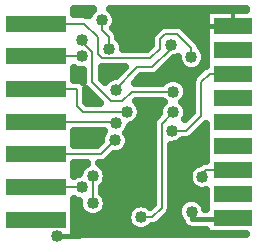
<source format=gbl>
G04 DipTrace 3.3.1.1*
G04 Bottom.gbl*
%MOIN*%
G04 #@! TF.FileFunction,Copper,L2,Bot*
G04 #@! TF.Part,Single*
G04 #@! TA.AperFunction,Conductor*
%ADD13C,0.008*%
%ADD14C,0.017*%
G04 #@! TA.AperFunction,CopperBalancing*
%ADD15C,0.025*%
%ADD16C,0.013*%
%ADD18R,0.2X0.0545*%
%ADD25R,0.125X0.055*%
G04 #@! TA.AperFunction,ViaPad*
%ADD27C,0.04*%
%FSLAX26Y26*%
G04*
G70*
G90*
G75*
G01*
G04 Bottom*
%LPD*%
X949951Y1062449D2*
D13*
Y1049949D1*
X887451Y987449D1*
X837449D1*
X761960Y911960D1*
X765818D1*
X743700Y1049949D2*
Y1087450D1*
X718700Y1112450D1*
Y1143700D1*
X1156350Y1126140D2*
D14*
X919890D1*
X862451Y1068700D1*
X1156350Y1126140D2*
D3*
X568700Y424949D2*
X643700D1*
X731200Y512449D1*
Y574949D1*
X749951Y593700D1*
X862451D1*
X765818Y800503D2*
D13*
X759926Y806396D1*
X500095D1*
Y1024396D2*
X651838D1*
Y1024397D1*
Y586944D2*
X650386Y588396D1*
X500095D1*
X689310Y624417D2*
Y533952D1*
X762451Y743700D2*
X716146Y697396D1*
X500095D1*
X803291Y837976D2*
X656830D1*
X635838Y858968D1*
Y915396D1*
X500095D1*
X651838Y1078952D2*
X645949D1*
X687451Y1037451D1*
Y937448D1*
X749949Y874949D1*
X787449D1*
X818700Y906200D1*
X956200D1*
X1017787Y1021798D2*
Y1018700D1*
X500095Y1133396D2*
X660254D1*
X706200Y1087449D1*
Y1031200D1*
X718700Y1018700D1*
X881201D1*
X912451Y1049949D1*
Y1081200D1*
X931200Y1099949D1*
X968701D1*
X1017787Y1050864D1*
Y1021798D1*
X1156350Y486140D2*
D14*
Y481200D1*
X1018700D1*
Y506200D1*
X1156350Y566140D2*
D13*
Y568700D1*
X1156200D1*
X1054456Y622645D2*
Y634033D1*
X1066562Y646140D1*
X1156350D1*
X953452Y775972D2*
X1000973D1*
X1049951Y824949D1*
Y937449D1*
X1078641Y966140D1*
X1156350D1*
Y1046140D2*
Y1041256D1*
X1149951D1*
X1143700Y724950D2*
X1155160D1*
X1156350Y726140D1*
X1143700Y806200D2*
X1156289D1*
X1156350Y806140D1*
X956200Y837449D2*
X918700Y799949D1*
Y518699D1*
X887451Y487449D1*
X849951D1*
D27*
X1143700Y806200D3*
Y724950D3*
X743700Y1049949D3*
X862451Y1068700D3*
X718700Y1143700D3*
X956200Y837449D3*
X568700Y424949D3*
X849951Y487449D3*
X765818Y911960D3*
X949951Y1062449D3*
X862451Y593700D3*
X765818Y800503D3*
X651838Y1024397D3*
Y586944D3*
X689310Y533952D3*
Y624417D3*
X762451Y743700D3*
X803291Y837976D3*
X956200Y906200D3*
X651838Y1078952D3*
X1017787Y1021798D3*
X1018700Y506200D3*
X1156200Y568700D3*
X1054456Y622645D3*
X953452Y775972D3*
X1149951Y1041256D3*
X765946Y1156331D2*
D15*
X1064849D1*
X766053Y1131462D2*
X1064849D1*
X769929Y1106594D2*
X892210D1*
X1007697D2*
X1064849D1*
X780156Y1081725D2*
X879471D1*
X1032565D2*
X1064849D1*
X792177Y1056856D2*
X873730D1*
X1050830D2*
X1064849D1*
X952759Y1007119D2*
X971155D1*
X720445Y982250D2*
X786603D1*
X927891D2*
X990820D1*
X629083Y957381D2*
X654441D1*
X720445D2*
X753374D1*
X895057D2*
X1024371D1*
X997040Y932512D2*
X1016943D1*
X1005186Y907644D2*
X1016958D1*
X668843Y882775D2*
X696498D1*
X998870D2*
X1016943D1*
X847798Y857906D2*
X911946D1*
X1000449D2*
X1016943D1*
X852032Y833037D2*
X906169D1*
X841482Y808169D2*
X886827D1*
X811519Y783300D2*
X885715D1*
X1053952D2*
X1064849D1*
X629083Y758431D2*
X715839D1*
X809043D2*
X885715D1*
X1029049D2*
X1064849D1*
X629083Y733562D2*
X706689D1*
X810334D2*
X885715D1*
X975007D2*
X1064849D1*
X795550Y708693D2*
X885715D1*
X951682D2*
X1064849D1*
X748219Y683825D2*
X885715D1*
X951682D2*
X1064849D1*
X629083Y658956D2*
X655661D1*
X722956D2*
X885715D1*
X951682D2*
X1022900D1*
X629083Y634087D2*
X641344D1*
X737310D2*
X885715D1*
X951682D2*
X1006896D1*
X735767Y609218D2*
X885715D1*
X951682D2*
X1007434D1*
X722311Y584350D2*
X885715D1*
X951682D2*
X1025592D1*
X730672Y559481D2*
X885715D1*
X951682D2*
X1064849D1*
X627469Y534612D2*
X640286D1*
X738315D2*
X885715D1*
X951682D2*
X979373D1*
X629083Y509743D2*
X647121D1*
X731497D2*
X806626D1*
X950355D2*
X969828D1*
X629083Y484875D2*
X801028D1*
X930511D2*
X974887D1*
X629083Y460006D2*
X809928D1*
X903274D2*
X988344D1*
X629083Y435137D2*
X1064849D1*
X624945Y533146D2*
X626595D1*
Y431214D1*
X1199982Y431200D1*
X1199418Y432139D1*
X1067350D1*
Y446170D1*
X1015954Y446308D1*
X1010529Y447167D1*
X1005306Y448864D1*
X1000412Y451357D1*
X995969Y454586D1*
X992086Y458469D1*
X988857Y462912D1*
X986364Y467806D1*
X984665Y473040D1*
X983341Y476001D1*
X979052Y481904D1*
X975740Y488405D1*
X973485Y495345D1*
X972343Y502552D1*
Y509848D1*
X973485Y517055D1*
X975740Y523995D1*
X979052Y530496D1*
X983341Y536399D1*
X988501Y541559D1*
X994404Y545848D1*
X1000905Y549160D1*
X1007845Y551415D1*
X1015052Y552557D1*
X1022348D1*
X1029555Y551415D1*
X1036495Y549160D1*
X1042996Y545848D1*
X1048899Y541559D1*
X1054059Y536399D1*
X1058348Y530496D1*
X1061660Y523995D1*
X1063915Y517055D1*
X1064085Y516202D1*
X1067323Y516200D1*
X1067350Y577987D1*
X1061730Y576717D1*
X1054456Y576145D1*
X1047182Y576717D1*
X1040087Y578421D1*
X1033345Y581213D1*
X1027124Y585026D1*
X1021575Y589764D1*
X1016837Y595313D1*
X1013024Y601534D1*
X1010232Y608276D1*
X1008528Y615371D1*
X1007956Y622645D1*
X1008528Y629919D1*
X1010232Y637014D1*
X1013024Y643755D1*
X1016837Y649977D1*
X1021575Y655525D1*
X1027124Y660264D1*
X1033345Y664077D1*
X1040087Y666869D1*
X1045545Y668247D1*
X1050626Y672145D1*
X1054890Y674318D1*
X1059442Y675797D1*
X1064169Y676546D1*
X1066572Y676639D1*
X1067350Y681326D1*
Y799184D1*
X1020781Y752779D1*
X1016909Y749966D1*
X1012645Y747793D1*
X1008093Y746314D1*
X1003366Y745566D1*
X988521Y745472D1*
X983651Y740613D1*
X977748Y736324D1*
X971247Y733011D1*
X964307Y730756D1*
X957100Y729615D1*
X949195Y729687D1*
X949106Y516306D1*
X948357Y511579D1*
X946878Y507027D1*
X944706Y502762D1*
X941892Y498890D1*
X909017Y465883D1*
X905378Y462774D1*
X901297Y460274D1*
X896876Y458442D1*
X892222Y457325D1*
X885046Y456949D1*
X880150Y452090D1*
X874247Y447802D1*
X867745Y444489D1*
X860806Y442234D1*
X853599Y441093D1*
X846302D1*
X839095Y442234D1*
X832156Y444489D1*
X825654Y447802D1*
X819751Y452090D1*
X814592Y457250D1*
X810303Y463153D1*
X806990Y469655D1*
X804735Y476594D1*
X803594Y483801D1*
Y491098D1*
X804735Y498305D1*
X806990Y505244D1*
X810303Y511746D1*
X814592Y517649D1*
X819751Y522808D1*
X825654Y527097D1*
X832156Y530410D1*
X839095Y532665D1*
X846302Y533806D1*
X853599D1*
X860806Y532665D1*
X867745Y530410D1*
X874247Y527097D1*
X879892Y523011D1*
X888188Y531320D1*
X888294Y802342D1*
X889043Y807069D1*
X890522Y811621D1*
X892694Y815886D1*
X895508Y819758D1*
X909795Y834178D1*
X909843Y841098D1*
X910985Y848305D1*
X913240Y855244D1*
X916552Y861746D1*
X920841Y867649D1*
X924901Y871792D1*
X921122Y875697D1*
X831359Y875700D1*
X836171Y870856D1*
X840910Y865308D1*
X844722Y859086D1*
X847515Y852345D1*
X849218Y845250D1*
X849791Y837976D1*
X849218Y830701D1*
X847515Y823606D1*
X844722Y816865D1*
X840910Y810644D1*
X836171Y805095D1*
X830623Y800356D1*
X824401Y796544D1*
X817660Y793751D1*
X811586Y792251D1*
X810042Y786134D1*
X807250Y779393D1*
X803437Y773171D1*
X800838Y769937D1*
X803882Y764811D1*
X806675Y758069D1*
X808378Y750974D1*
X808951Y743700D1*
X808378Y736426D1*
X806675Y729331D1*
X803882Y722589D1*
X800070Y716368D1*
X795331Y710820D1*
X789783Y706081D1*
X783561Y702268D1*
X776820Y699476D1*
X769725Y697772D1*
X762451Y697200D1*
X759216Y697327D1*
X735954Y674203D1*
X732082Y671390D1*
X727818Y669217D1*
X723266Y667738D1*
X718539Y666989D1*
X708216Y666895D1*
X713606Y664064D1*
X719510Y659775D1*
X724669Y654616D1*
X728958Y648713D1*
X732271Y642211D1*
X734525Y635272D1*
X735667Y628065D1*
Y620768D1*
X734525Y613561D1*
X732271Y606622D1*
X728958Y600120D1*
X724669Y594217D1*
X719813Y589338D1*
X719810Y569047D1*
X724669Y564151D1*
X728958Y558248D1*
X732271Y551747D1*
X734525Y544807D1*
X735667Y537600D1*
Y530304D1*
X734525Y523097D1*
X732271Y516157D1*
X728958Y509656D1*
X724669Y503753D1*
X719510Y498593D1*
X713606Y494304D1*
X707105Y490992D1*
X700165Y488737D1*
X692959Y487595D1*
X685662D1*
X678455Y488737D1*
X671515Y490992D1*
X665014Y494304D1*
X659111Y498593D1*
X653951Y503753D1*
X649662Y509656D1*
X646350Y516157D1*
X644095Y523097D1*
X642954Y530304D1*
Y537600D1*
X643381Y541212D1*
X637469Y542720D1*
X630727Y545512D1*
X626605Y547922D1*
X626595Y534646D1*
X624980D1*
X624945Y642146D2*
X626595D1*
Y625962D1*
X630727Y628376D1*
X637469Y631168D1*
X643542Y632668D1*
X645086Y638786D1*
X647878Y645527D1*
X651691Y651749D1*
X656430Y657297D1*
X661978Y662036D1*
X668200Y665848D1*
X670214Y666895D1*
X626615D1*
X626595Y643645D1*
X624980D1*
X624951Y642124D1*
X624945Y751145D2*
X626595D1*
Y727928D1*
X703522Y727896D1*
X716071Y740454D1*
X716094Y747348D1*
X717235Y754555D1*
X719490Y761495D1*
X722803Y767996D1*
X727431Y774266D1*
X723180Y775895D1*
X626616D1*
X626595Y752645D1*
X624980D1*
X624945Y969145D2*
X626595D1*
Y945928D1*
X638231Y945802D1*
X642958Y945053D1*
X647510Y943574D1*
X651774Y941401D1*
X656951Y937457D1*
Y978177D1*
X651838Y977897D1*
X644564Y978469D1*
X637469Y980173D1*
X630727Y982965D1*
X626605Y985375D1*
X626595Y970645D1*
X624980D1*
X626595Y1181225D2*
Y1163928D1*
X662647Y1163802D1*
X667374Y1163053D1*
X671926Y1161574D1*
X674109Y1160567D1*
X675740Y1161495D1*
X679052Y1167996D1*
X683341Y1173899D1*
X688501Y1179059D1*
X691222Y1181205D1*
X626570Y1181200D1*
X774203Y1085027D2*
X779059Y1080149D1*
X783348Y1074246D1*
X786660Y1067744D1*
X788915Y1060805D1*
X790057Y1053598D1*
X790170Y1049194D1*
X868588Y1049200D1*
X881938Y1062571D1*
X882045Y1083593D1*
X882793Y1088320D1*
X884272Y1092872D1*
X886445Y1097136D1*
X889258Y1101008D1*
X909633Y1121516D1*
X913272Y1124624D1*
X917353Y1127125D1*
X921775Y1128957D1*
X926429Y1130074D1*
X931200Y1130449D1*
X971094Y1130355D1*
X975821Y1129607D1*
X980373Y1128128D1*
X984638Y1125955D1*
X988510Y1123142D1*
X1039353Y1072431D1*
X1042462Y1068792D1*
X1044962Y1064711D1*
X1046794Y1060289D1*
X1047986Y1057157D1*
X1053145Y1051998D1*
X1057434Y1046095D1*
X1060747Y1039593D1*
X1063002Y1032654D1*
X1064143Y1025447D1*
Y1018150D1*
X1063002Y1010943D1*
X1060747Y1004004D1*
X1057434Y997502D1*
X1053145Y991599D1*
X1047986Y986440D1*
X1042083Y982151D1*
X1035581Y978838D1*
X1028642Y976583D1*
X1021435Y975442D1*
X1014138D1*
X1006931Y976583D1*
X999992Y978838D1*
X993490Y982151D1*
X987587Y986440D1*
X982428Y991599D1*
X978139Y997502D1*
X974826Y1004004D1*
X972571Y1010943D1*
X971430Y1018150D1*
X971312Y1021157D1*
X964320Y1018225D1*
X960260Y1017126D1*
X907259Y964257D1*
X903387Y961444D1*
X899123Y959271D1*
X894571Y957792D1*
X889844Y957043D1*
X850095Y956949D1*
X829811Y936677D1*
X921078Y936700D1*
X926001Y941559D1*
X931904Y945848D1*
X938405Y949160D1*
X945345Y951415D1*
X952552Y952557D1*
X959848D1*
X967055Y951415D1*
X973995Y949160D1*
X980496Y945848D1*
X986399Y941559D1*
X991559Y936399D1*
X995848Y930496D1*
X999160Y923995D1*
X1001415Y917055D1*
X1002557Y909848D1*
Y902552D1*
X1001415Y895345D1*
X999160Y888405D1*
X995848Y881904D1*
X991559Y876001D1*
X987499Y871858D1*
X991559Y867649D1*
X995848Y861746D1*
X999160Y855244D1*
X1001415Y848305D1*
X1002557Y841098D1*
Y833801D1*
X1001415Y826594D1*
X999160Y819655D1*
X996900Y815032D1*
X1019472Y837604D1*
X1019545Y939842D1*
X1020293Y944569D1*
X1021772Y949121D1*
X1023945Y953386D1*
X1026758Y957258D1*
X1057074Y987706D1*
X1060713Y990815D1*
X1064794Y993315D1*
X1066978Y994321D1*
X1067350Y1010512D1*
Y1180140D1*
X1199956D1*
X1199951Y1181203D1*
X746207Y1181200D1*
X751580Y1176580D1*
X756319Y1171032D1*
X760132Y1164811D1*
X762924Y1158069D1*
X764628Y1150974D1*
X765200Y1143700D1*
X764628Y1136426D1*
X762924Y1129331D1*
X760132Y1122589D1*
X756961Y1117329D1*
X766892Y1107258D1*
X769706Y1103386D1*
X771878Y1099122D1*
X773357Y1094570D1*
X774106Y1089843D1*
X774200Y1087441D1*
X728437Y939594D2*
X732938Y944840D1*
X738486Y949579D1*
X744708Y953392D1*
X751449Y956184D1*
X758544Y957887D1*
X765319Y958440D1*
X795074Y988208D1*
X718691Y988200D1*
X717951Y982333D1*
Y950073D1*
X728429Y939604D1*
X669497Y868476D2*
X713276D1*
X666338Y915386D1*
Y871581D1*
X1156350Y1180104D2*
D16*
Y1126140D1*
X1067386D2*
X1156350D1*
D18*
X500095Y479396D3*
Y588396D3*
Y697396D3*
Y806396D3*
Y915396D3*
Y1024396D3*
Y1133396D3*
D25*
X1156350Y1126140D3*
Y1046140D3*
Y966140D3*
Y886140D3*
Y806140D3*
Y726140D3*
Y646140D3*
Y566140D3*
Y486140D3*
M02*

</source>
